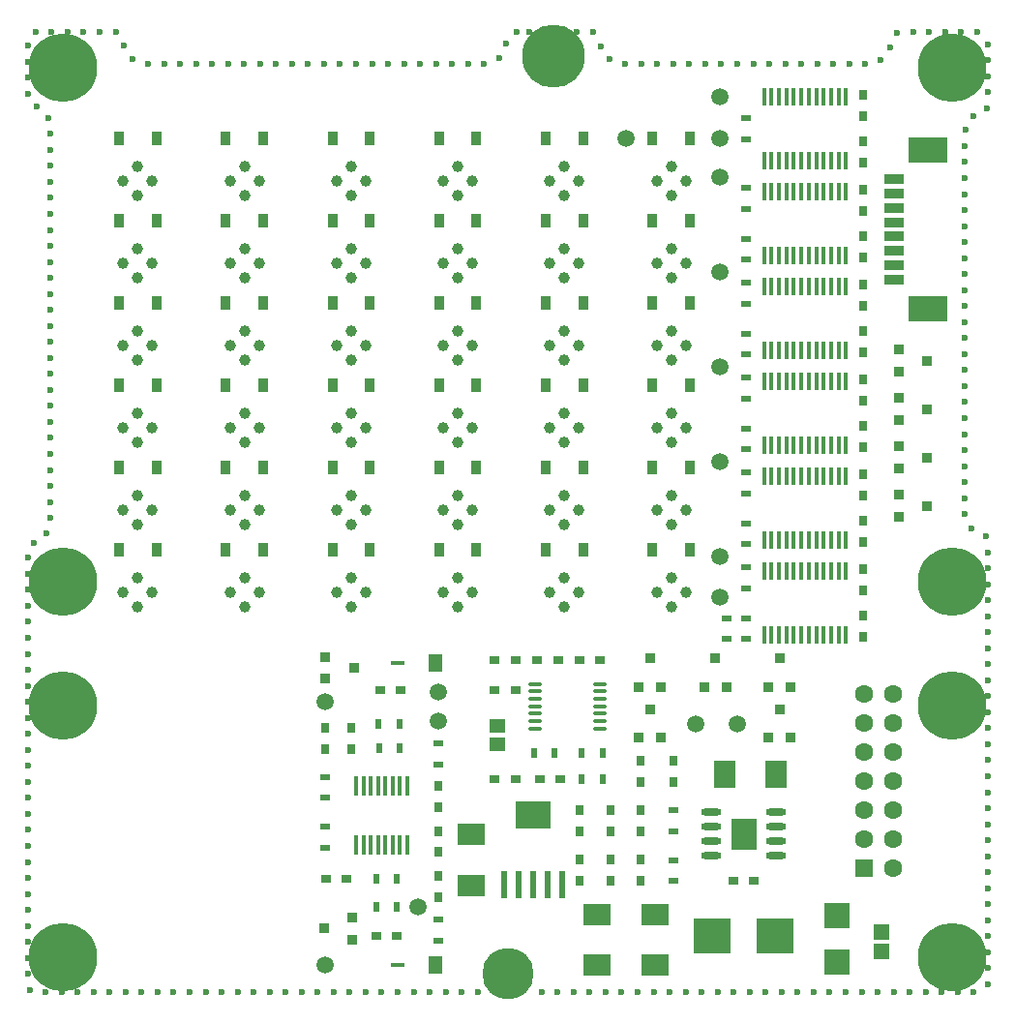
<source format=gbr>
G04*
G04 #@! TF.GenerationSoftware,Altium Limited,Altium Designer,24.1.2 (44)*
G04*
G04 Layer_Color=255*
%FSLAX44Y44*%
%MOMM*%
G71*
G04*
G04 #@! TF.SameCoordinates,7063218E-08D0-4567-B5BB-7BB6D4F1FEFB*
G04*
G04*
G04 #@! TF.FilePolarity,Positive*
G04*
G01*
G75*
%ADD34C,0.6000*%
%ADD35C,4.5000*%
%ADD36C,0.9000*%
%ADD37C,5.5000*%
%ADD38C,1.2000*%
%ADD39C,6.0000*%
%ADD40C,1.0000*%
%ADD41C,1.6000*%
%ADD42R,1.6000X1.6000*%
%ADD58R,0.4000X1.5000*%
%ADD59R,0.9000X0.9500*%
%ADD60R,0.9000X0.6000*%
%ADD61R,0.8000X0.9000*%
%ADD62R,3.1725X2.3455*%
%ADD63R,0.6325X2.3455*%
%ADD64R,0.9500X0.9000*%
%ADD65R,0.9000X0.8000*%
%ADD66C,1.5000*%
%ADD67R,0.6000X0.9000*%
%ADD68R,0.4000X1.8000*%
%ADD69R,1.2700X0.4000*%
%ADD70R,1.2700X1.5500*%
%ADD71R,2.3000X2.8000*%
%ADD72O,1.8000X0.6000*%
%ADD73R,1.4000X1.4000*%
%ADD74R,2.3000X2.2860*%
%ADD75R,3.5000X2.2098*%
%ADD76O,1.2500X0.3500*%
%ADD77R,3.3000X3.1500*%
%ADD78R,1.4000X1.3000*%
%ADD79R,2.3622X1.8796*%
%ADD80R,1.8796X2.3622*%
%ADD81R,0.9100X1.2200*%
%ADD82R,1.7018X0.8128*%
D34*
X443698Y845000D02*
D03*
X457698D02*
D03*
X471698D02*
D03*
X485698D02*
D03*
X499694Y844649D02*
D03*
X506867Y832626D02*
D03*
X514549Y820922D02*
D03*
X527989Y817000D02*
D03*
X541989D02*
D03*
X555989D02*
D03*
X569989D02*
D03*
X583989D02*
D03*
X597989D02*
D03*
X611989D02*
D03*
X625989D02*
D03*
X639989D02*
D03*
X653989D02*
D03*
X667989D02*
D03*
X681989D02*
D03*
X695989D02*
D03*
X709989D02*
D03*
X723989D02*
D03*
X737989D02*
D03*
X751625Y820170D02*
D03*
X760086Y831324D02*
D03*
X765980Y844023D02*
D03*
X779946Y845000D02*
D03*
X793945D02*
D03*
X807945D02*
D03*
X821945D02*
D03*
X835945D02*
D03*
X845000Y834322D02*
D03*
Y820322D02*
D03*
Y806322D02*
D03*
Y792322D02*
D03*
X844688Y778326D02*
D03*
X832680Y771128D02*
D03*
X825438Y759147D02*
D03*
X825000Y745153D02*
D03*
Y731153D02*
D03*
Y717153D02*
D03*
Y703154D02*
D03*
Y689154D02*
D03*
Y675154D02*
D03*
Y661153D02*
D03*
Y647153D02*
D03*
Y633153D02*
D03*
Y619154D02*
D03*
Y605154D02*
D03*
Y591153D02*
D03*
Y577154D02*
D03*
Y563153D02*
D03*
Y549154D02*
D03*
Y535154D02*
D03*
Y521153D02*
D03*
Y507154D02*
D03*
Y493153D02*
D03*
Y479154D02*
D03*
Y465154D02*
D03*
Y451153D02*
D03*
Y437154D02*
D03*
X825135Y423154D02*
D03*
X830854Y410376D02*
D03*
X843212Y403795D02*
D03*
X845000Y389910D02*
D03*
Y375910D02*
D03*
Y361910D02*
D03*
Y347910D02*
D03*
Y333910D02*
D03*
Y319910D02*
D03*
Y305910D02*
D03*
Y291910D02*
D03*
Y277910D02*
D03*
X845000Y263910D02*
D03*
Y249910D02*
D03*
Y235910D02*
D03*
Y221910D02*
D03*
Y207910D02*
D03*
Y193910D02*
D03*
Y179910D02*
D03*
Y165910D02*
D03*
Y151910D02*
D03*
X845000Y137910D02*
D03*
Y123910D02*
D03*
Y109910D02*
D03*
Y95910D02*
D03*
Y81910D02*
D03*
Y67910D02*
D03*
Y53910D02*
D03*
Y39910D02*
D03*
Y25910D02*
D03*
X844996Y11910D02*
D03*
X832820Y5000D02*
D03*
X818820D02*
D03*
X804820D02*
D03*
X790820D02*
D03*
X776820D02*
D03*
X762820D02*
D03*
X748820D02*
D03*
X734820D02*
D03*
X720820D02*
D03*
X706820D02*
D03*
X692820D02*
D03*
X678820D02*
D03*
X664820D02*
D03*
X650820D02*
D03*
X636820D02*
D03*
X622820D02*
D03*
X608820D02*
D03*
X594820D02*
D03*
X580820D02*
D03*
X566820D02*
D03*
X552820Y5000D02*
D03*
X538820D02*
D03*
X524820D02*
D03*
X510820D02*
D03*
X496820D02*
D03*
X482820D02*
D03*
X468820D02*
D03*
X454820D02*
D03*
X398820D02*
D03*
X384820D02*
D03*
X370820D02*
D03*
X356820D02*
D03*
X342820D02*
D03*
X328820D02*
D03*
X314820D02*
D03*
X300820D02*
D03*
X286820D02*
D03*
X272820Y5000D02*
D03*
X258820D02*
D03*
X244820D02*
D03*
X230820D02*
D03*
X216820D02*
D03*
X202820D02*
D03*
X188820D02*
D03*
X174820D02*
D03*
X160820D02*
D03*
X146820D02*
D03*
X132820D02*
D03*
X118820D02*
D03*
X104820D02*
D03*
X90820D02*
D03*
X76820D02*
D03*
X62820D02*
D03*
X48820D02*
D03*
X34820D02*
D03*
X20820D02*
D03*
X6982Y7125D02*
D03*
X5000Y20984D02*
D03*
Y34984D02*
D03*
Y48984D02*
D03*
Y62984D02*
D03*
Y76984D02*
D03*
Y90984D02*
D03*
Y104984D02*
D03*
Y118984D02*
D03*
Y132984D02*
D03*
Y146984D02*
D03*
Y160984D02*
D03*
Y174984D02*
D03*
Y188984D02*
D03*
Y202984D02*
D03*
Y216984D02*
D03*
Y230984D02*
D03*
Y244984D02*
D03*
Y258984D02*
D03*
Y272984D02*
D03*
Y286984D02*
D03*
Y300984D02*
D03*
Y314984D02*
D03*
Y328984D02*
D03*
Y342984D02*
D03*
Y356984D02*
D03*
Y370984D02*
D03*
Y384984D02*
D03*
X10583Y397822D02*
D03*
X21777Y406231D02*
D03*
X25000Y419855D02*
D03*
Y433855D02*
D03*
Y447855D02*
D03*
Y461855D02*
D03*
Y475855D02*
D03*
Y489855D02*
D03*
Y503855D02*
D03*
Y517855D02*
D03*
Y531855D02*
D03*
Y545855D02*
D03*
Y559855D02*
D03*
Y573855D02*
D03*
Y587855D02*
D03*
Y601855D02*
D03*
Y615855D02*
D03*
Y629855D02*
D03*
Y643855D02*
D03*
Y657855D02*
D03*
Y671855D02*
D03*
Y685855D02*
D03*
Y699855D02*
D03*
Y713855D02*
D03*
Y727855D02*
D03*
Y741855D02*
D03*
Y755855D02*
D03*
X23223Y769742D02*
D03*
X13392Y779709D02*
D03*
X5000Y790915D02*
D03*
Y804915D02*
D03*
Y818915D02*
D03*
Y832915D02*
D03*
X12067Y845000D02*
D03*
X26067D02*
D03*
X40067Y845000D02*
D03*
X54067D02*
D03*
X68067Y845000D02*
D03*
X82065Y844748D02*
D03*
X89513Y832894D02*
D03*
X97029Y821082D02*
D03*
X110421Y817000D02*
D03*
X124420D02*
D03*
X138420D02*
D03*
X152421D02*
D03*
X166420D02*
D03*
X180420D02*
D03*
X194421D02*
D03*
X208421D02*
D03*
X222421D02*
D03*
X236420D02*
D03*
X250420D02*
D03*
X264421D02*
D03*
X278421D02*
D03*
X292421D02*
D03*
X306420D02*
D03*
X320420D02*
D03*
X334421D02*
D03*
X348420D02*
D03*
X362421D02*
D03*
X376421D02*
D03*
X390420D02*
D03*
X404421Y817014D02*
D03*
X417475Y822071D02*
D03*
X424061Y834425D02*
D03*
X433227Y845007D02*
D03*
D35*
X425000Y21000D02*
D03*
D36*
X481465Y807835D02*
D03*
X449136D02*
D03*
Y840164D02*
D03*
X481465D02*
D03*
X488160Y824000D02*
D03*
X465300Y801140D02*
D03*
X442440Y824000D02*
D03*
X465300Y846860D02*
D03*
D37*
Y824000D02*
D03*
D38*
X52165Y19835D02*
D03*
X19835D02*
D03*
Y52165D02*
D03*
X52165D02*
D03*
X58860Y36000D02*
D03*
X36000Y13140D02*
D03*
X13140Y36000D02*
D03*
X36000Y58860D02*
D03*
X830164Y239835D02*
D03*
X797835D02*
D03*
Y272164D02*
D03*
X830164D02*
D03*
X836860Y256000D02*
D03*
X814000Y233140D02*
D03*
X791140Y256000D02*
D03*
X814000Y278860D02*
D03*
X36000Y836860D02*
D03*
X13140Y814000D02*
D03*
X36000Y791140D02*
D03*
X58860Y814000D02*
D03*
X52165Y830164D02*
D03*
X19835D02*
D03*
Y797835D02*
D03*
X52165D02*
D03*
X36000Y278860D02*
D03*
X13140Y256000D02*
D03*
X36000Y233140D02*
D03*
X58860Y256000D02*
D03*
X52165Y272164D02*
D03*
X19835D02*
D03*
Y239835D02*
D03*
X52165D02*
D03*
Y347836D02*
D03*
X19835D02*
D03*
Y380164D02*
D03*
X52165D02*
D03*
X58860Y364000D02*
D03*
X36000Y341140D02*
D03*
X13140Y364000D02*
D03*
X36000Y386860D02*
D03*
X830164Y797835D02*
D03*
X797835D02*
D03*
Y830164D02*
D03*
X830164D02*
D03*
X836860Y814000D02*
D03*
X814000Y791140D02*
D03*
X791140Y814000D02*
D03*
X814000Y836860D02*
D03*
Y386860D02*
D03*
X791140Y364000D02*
D03*
X814000Y341140D02*
D03*
X836860Y364000D02*
D03*
X830164Y380164D02*
D03*
X797835D02*
D03*
Y347836D02*
D03*
X830164D02*
D03*
Y19835D02*
D03*
X797835D02*
D03*
Y52165D02*
D03*
X830164D02*
D03*
X836860Y36000D02*
D03*
X814000Y13140D02*
D03*
X791140Y36000D02*
D03*
X814000Y58860D02*
D03*
D39*
X36000Y36000D02*
D03*
X814000Y256000D02*
D03*
X36000Y814000D02*
D03*
Y256000D02*
D03*
Y364000D02*
D03*
X814000Y814000D02*
D03*
Y364000D02*
D03*
Y36000D02*
D03*
D40*
X555400Y427000D02*
D03*
X568100Y439700D02*
D03*
Y414300D02*
D03*
X580800Y427000D02*
D03*
X555400Y355000D02*
D03*
X568100Y367700D02*
D03*
Y342300D02*
D03*
X580800Y355000D02*
D03*
X462060D02*
D03*
X474760Y367700D02*
D03*
Y342300D02*
D03*
X487460Y355000D02*
D03*
X368720Y427000D02*
D03*
X381420Y439700D02*
D03*
Y414300D02*
D03*
X394120Y427000D02*
D03*
X462060D02*
D03*
X474760Y439700D02*
D03*
Y414300D02*
D03*
X487460Y427000D02*
D03*
X368720Y355000D02*
D03*
X381420Y367700D02*
D03*
Y342300D02*
D03*
X394120Y355000D02*
D03*
X275380D02*
D03*
X288080Y367700D02*
D03*
Y342300D02*
D03*
X300780Y355000D02*
D03*
X275380Y427000D02*
D03*
X288080Y439700D02*
D03*
Y414300D02*
D03*
X300780Y427000D02*
D03*
X275380Y499000D02*
D03*
X288080Y511700D02*
D03*
Y486300D02*
D03*
X300780Y499000D02*
D03*
X368720D02*
D03*
X381420Y511700D02*
D03*
Y486300D02*
D03*
X394120Y499000D02*
D03*
X462060D02*
D03*
X474760Y511700D02*
D03*
Y486300D02*
D03*
X487460Y499000D02*
D03*
X555400D02*
D03*
X568100Y511700D02*
D03*
Y486300D02*
D03*
X580800Y499000D02*
D03*
X555400Y571000D02*
D03*
X568100Y583700D02*
D03*
Y558300D02*
D03*
X580800Y571000D02*
D03*
X462060D02*
D03*
X474760Y583700D02*
D03*
Y558300D02*
D03*
X487460Y571000D02*
D03*
X368720D02*
D03*
X381420Y583700D02*
D03*
Y558300D02*
D03*
X394120Y571000D02*
D03*
X275380D02*
D03*
X288080Y583700D02*
D03*
Y558300D02*
D03*
X300780Y571000D02*
D03*
X182040D02*
D03*
X194740Y583700D02*
D03*
Y558300D02*
D03*
X207440Y571000D02*
D03*
X182040Y499000D02*
D03*
X194740Y511700D02*
D03*
Y486300D02*
D03*
X207440Y499000D02*
D03*
X182040Y427000D02*
D03*
X194740Y439700D02*
D03*
Y414300D02*
D03*
X207440Y427000D02*
D03*
X182040Y355000D02*
D03*
X194740Y367700D02*
D03*
Y342300D02*
D03*
X207440Y355000D02*
D03*
X88700D02*
D03*
X101400Y367700D02*
D03*
Y342300D02*
D03*
X114100Y355000D02*
D03*
X88700Y427000D02*
D03*
X101400Y439700D02*
D03*
Y414300D02*
D03*
X114100Y427000D02*
D03*
X88700Y499000D02*
D03*
X101400Y511700D02*
D03*
Y486300D02*
D03*
X114100Y499000D02*
D03*
X88700Y571000D02*
D03*
X101400Y583700D02*
D03*
Y558300D02*
D03*
X114100Y571000D02*
D03*
X182040Y643000D02*
D03*
X194740Y655700D02*
D03*
Y630300D02*
D03*
X207440Y643000D02*
D03*
X275380D02*
D03*
X288080Y655700D02*
D03*
Y630300D02*
D03*
X300780Y643000D02*
D03*
X368720D02*
D03*
X381420Y655700D02*
D03*
Y630300D02*
D03*
X394120Y643000D02*
D03*
X462060D02*
D03*
X474760Y655700D02*
D03*
Y630300D02*
D03*
X487460Y643000D02*
D03*
X580800D02*
D03*
X568100Y630300D02*
D03*
Y655700D02*
D03*
X555400Y643000D02*
D03*
Y715000D02*
D03*
X568100Y727700D02*
D03*
Y702300D02*
D03*
X580800Y715000D02*
D03*
X462060D02*
D03*
X474760Y727700D02*
D03*
Y702300D02*
D03*
X487460Y715000D02*
D03*
X368720D02*
D03*
X381420Y727700D02*
D03*
Y702300D02*
D03*
X394120Y715000D02*
D03*
X275380D02*
D03*
X288080Y727700D02*
D03*
Y702300D02*
D03*
X300780Y715000D02*
D03*
X182040D02*
D03*
X194740Y727700D02*
D03*
Y702300D02*
D03*
X207440Y715000D02*
D03*
X88700D02*
D03*
X101400Y727700D02*
D03*
Y702300D02*
D03*
X114100Y715000D02*
D03*
X88700Y643000D02*
D03*
X101400Y655700D02*
D03*
Y630300D02*
D03*
X114100Y643000D02*
D03*
D41*
X762700Y113800D02*
D03*
Y139200D02*
D03*
Y164600D02*
D03*
Y190000D02*
D03*
Y215400D02*
D03*
Y240800D02*
D03*
Y266200D02*
D03*
X737300Y139200D02*
D03*
Y164600D02*
D03*
Y190000D02*
D03*
Y215400D02*
D03*
Y240800D02*
D03*
Y266200D02*
D03*
D42*
Y113800D02*
D03*
D58*
X649515Y705564D02*
D03*
X656015D02*
D03*
X662515D02*
D03*
X669015D02*
D03*
X675515D02*
D03*
X682015D02*
D03*
X688515D02*
D03*
X695015D02*
D03*
X701515D02*
D03*
X708015D02*
D03*
X714515D02*
D03*
X721015D02*
D03*
Y649175D02*
D03*
X714515D02*
D03*
X708015D02*
D03*
X701515D02*
D03*
X695015D02*
D03*
X688515D02*
D03*
X682015D02*
D03*
X675515D02*
D03*
X669015D02*
D03*
X662515D02*
D03*
X656015D02*
D03*
X649515D02*
D03*
Y622581D02*
D03*
X656015D02*
D03*
X662515D02*
D03*
X669015D02*
D03*
X675515D02*
D03*
X682015D02*
D03*
X688515D02*
D03*
X695015D02*
D03*
X701515D02*
D03*
X708015D02*
D03*
X714515D02*
D03*
X721015D02*
D03*
Y566193D02*
D03*
X714515D02*
D03*
X708015D02*
D03*
X701515D02*
D03*
X695015D02*
D03*
X688515D02*
D03*
X682015D02*
D03*
X675515D02*
D03*
X669015D02*
D03*
X662515D02*
D03*
X656015D02*
D03*
X649515D02*
D03*
Y539599D02*
D03*
X656015D02*
D03*
X662515D02*
D03*
X669015D02*
D03*
X675515D02*
D03*
X682015D02*
D03*
X688515D02*
D03*
X695015D02*
D03*
X701515D02*
D03*
X708015D02*
D03*
X714515D02*
D03*
X721015D02*
D03*
Y483211D02*
D03*
X714515D02*
D03*
X708015D02*
D03*
X701515D02*
D03*
X695015D02*
D03*
X688515D02*
D03*
X682015D02*
D03*
X675515D02*
D03*
X669015D02*
D03*
X662515D02*
D03*
X656015D02*
D03*
X649515D02*
D03*
Y456616D02*
D03*
X656015D02*
D03*
X662515D02*
D03*
X669015D02*
D03*
X675515D02*
D03*
X682015D02*
D03*
X688515D02*
D03*
X695015D02*
D03*
X701515D02*
D03*
X708015D02*
D03*
X714515D02*
D03*
X721015D02*
D03*
Y400228D02*
D03*
X714515D02*
D03*
X708015D02*
D03*
X701515D02*
D03*
X695015D02*
D03*
X688515D02*
D03*
X682015D02*
D03*
X675515D02*
D03*
X669015D02*
D03*
X662515D02*
D03*
X656015D02*
D03*
X649515D02*
D03*
Y373634D02*
D03*
X656015D02*
D03*
X662515D02*
D03*
X669015D02*
D03*
X675515D02*
D03*
X682015D02*
D03*
X688515D02*
D03*
X695015D02*
D03*
X701515D02*
D03*
X708015D02*
D03*
X714515D02*
D03*
X721015D02*
D03*
Y317246D02*
D03*
X714515D02*
D03*
X708015D02*
D03*
X701515D02*
D03*
X695015D02*
D03*
X688515D02*
D03*
X682015D02*
D03*
X675515D02*
D03*
X669015D02*
D03*
X662515D02*
D03*
X656015D02*
D03*
X649515D02*
D03*
Y788546D02*
D03*
X656015D02*
D03*
X662515D02*
D03*
X669015D02*
D03*
X675515D02*
D03*
X682015D02*
D03*
X688515D02*
D03*
X695015D02*
D03*
X701515D02*
D03*
X708015D02*
D03*
X714515D02*
D03*
X721015D02*
D03*
Y732158D02*
D03*
X714515D02*
D03*
X708015D02*
D03*
X701515D02*
D03*
X695015D02*
D03*
X688515D02*
D03*
X682015D02*
D03*
X675515D02*
D03*
X669015D02*
D03*
X662515D02*
D03*
X656015D02*
D03*
X649515D02*
D03*
D59*
X672440Y271980D02*
D03*
X662940Y296980D02*
D03*
X653440Y271980D02*
D03*
X616320D02*
D03*
X606820Y296980D02*
D03*
X597320Y271980D02*
D03*
X558931Y227530D02*
D03*
X549431Y252530D02*
D03*
X539931Y227530D02*
D03*
X672440D02*
D03*
X662940Y252530D02*
D03*
X653440Y227530D02*
D03*
X539931Y271980D02*
D03*
X549431Y296980D02*
D03*
X558931Y271980D02*
D03*
D60*
X616319Y313931D02*
D03*
X616320Y332090D02*
D03*
X633730Y415072D02*
D03*
X633729Y396914D02*
D03*
Y479896D02*
D03*
X633730Y498055D02*
D03*
Y581037D02*
D03*
X633729Y562878D02*
D03*
X633730Y664020D02*
D03*
X633729Y645861D02*
D03*
X633730Y332090D02*
D03*
X633729Y313931D02*
D03*
X265430Y149541D02*
D03*
X265429Y131383D02*
D03*
X265430Y174940D02*
D03*
X265431Y193099D02*
D03*
X364498Y68261D02*
D03*
X364497Y50103D02*
D03*
X364490Y204150D02*
D03*
X364491Y222309D02*
D03*
X570229Y102491D02*
D03*
X570230Y120650D02*
D03*
X570231Y164209D02*
D03*
X570230Y146050D02*
D03*
X633729Y358411D02*
D03*
X633730Y376570D02*
D03*
X633729Y441394D02*
D03*
X633730Y459552D02*
D03*
X633729Y524376D02*
D03*
X633730Y542535D02*
D03*
X633729Y607358D02*
D03*
X633730Y625517D02*
D03*
X633729Y690341D02*
D03*
X633730Y708500D02*
D03*
X633729Y751083D02*
D03*
X633730Y769242D02*
D03*
D61*
X736470Y417095D02*
D03*
Y399095D02*
D03*
Y439749D02*
D03*
Y457749D02*
D03*
Y500078D02*
D03*
Y482078D02*
D03*
Y540732D02*
D03*
Y522732D02*
D03*
Y583060D02*
D03*
Y565060D02*
D03*
Y623714D02*
D03*
Y605714D02*
D03*
Y666043D02*
D03*
Y648043D02*
D03*
Y706696D02*
D03*
Y688697D02*
D03*
Y334113D02*
D03*
Y316113D02*
D03*
Y374767D02*
D03*
Y356767D02*
D03*
X265430Y236010D02*
D03*
Y218011D02*
D03*
X288290D02*
D03*
Y236010D02*
D03*
X364490Y88470D02*
D03*
Y106470D02*
D03*
Y145841D02*
D03*
Y127840D02*
D03*
Y185210D02*
D03*
Y167211D02*
D03*
X488188Y163940D02*
D03*
Y145940D02*
D03*
X514858D02*
D03*
Y163940D02*
D03*
X488188Y120760D02*
D03*
Y102760D02*
D03*
X541528D02*
D03*
Y120760D02*
D03*
X514858Y102760D02*
D03*
Y120760D02*
D03*
X541528Y189247D02*
D03*
Y207247D02*
D03*
X570230D02*
D03*
Y189247D02*
D03*
X541528Y145940D02*
D03*
Y163940D02*
D03*
X736470Y731025D02*
D03*
Y749025D02*
D03*
Y771679D02*
D03*
Y789679D02*
D03*
D62*
X447040Y159643D02*
D03*
D63*
X421640Y99437D02*
D03*
X434340D02*
D03*
X447040D02*
D03*
X459740D02*
D03*
X472440D02*
D03*
D64*
X289346Y51140D02*
D03*
X264346Y60641D02*
D03*
X289346Y70141D02*
D03*
X265430Y279436D02*
D03*
X290430Y288936D02*
D03*
X265430Y298436D02*
D03*
X767280Y548030D02*
D03*
X792280Y557530D02*
D03*
X767280Y567030D02*
D03*
Y505697D02*
D03*
X792280Y515197D02*
D03*
X767280Y524697D02*
D03*
Y463363D02*
D03*
X792280Y472863D02*
D03*
X767280Y482363D02*
D03*
Y421030D02*
D03*
X792280Y430530D02*
D03*
X767280Y440030D02*
D03*
D65*
X283963Y103820D02*
D03*
X265963D02*
D03*
X328398Y54290D02*
D03*
X310398D02*
D03*
X313580Y268920D02*
D03*
X331580D02*
D03*
X413910Y295888D02*
D03*
X431910D02*
D03*
Y269240D02*
D03*
X413910D02*
D03*
X413800Y191770D02*
D03*
X431800D02*
D03*
X453280D02*
D03*
X471280D02*
D03*
X622630Y102870D02*
D03*
X640630D02*
D03*
X451054Y295888D02*
D03*
X469054D02*
D03*
X488198D02*
D03*
X506198D02*
D03*
D66*
X265430Y258761D02*
D03*
X346710Y79690D02*
D03*
X364490Y242250D02*
D03*
Y267651D02*
D03*
X610870Y350520D02*
D03*
Y751840D02*
D03*
X528320D02*
D03*
X265430Y28725D02*
D03*
X610870Y717911D02*
D03*
Y469038D02*
D03*
X589280Y240030D02*
D03*
X626110D02*
D03*
X610870Y551995D02*
D03*
Y788546D02*
D03*
Y634953D02*
D03*
Y386080D02*
D03*
D67*
X328288Y79690D02*
D03*
X310129Y79692D02*
D03*
X328288Y103820D02*
D03*
X310129Y103822D02*
D03*
X312421Y218120D02*
D03*
X330580Y218119D02*
D03*
X330201Y239711D02*
D03*
X312042Y239712D02*
D03*
X447931Y214631D02*
D03*
X466090Y214630D02*
D03*
X489841Y214631D02*
D03*
X508000Y214630D02*
D03*
X489842Y191771D02*
D03*
X508001Y191770D02*
D03*
D68*
X337185Y134173D02*
D03*
X330835D02*
D03*
X324485D02*
D03*
X318135D02*
D03*
X311785D02*
D03*
X305435D02*
D03*
X299085D02*
D03*
X292735D02*
D03*
Y185228D02*
D03*
X299085D02*
D03*
X305435D02*
D03*
X311785D02*
D03*
X318135D02*
D03*
X324485D02*
D03*
X330835D02*
D03*
X337185D02*
D03*
D69*
X329049Y293155D02*
D03*
X329057Y28598D02*
D03*
D70*
X362069Y293155D02*
D03*
X362077Y28598D02*
D03*
D71*
X631630Y143510D02*
D03*
D72*
X659880Y162560D02*
D03*
Y149860D02*
D03*
Y137160D02*
D03*
Y124460D02*
D03*
X603380Y162560D02*
D03*
Y149860D02*
D03*
Y137160D02*
D03*
Y124460D02*
D03*
D73*
X751840Y40640D02*
D03*
Y57940D02*
D03*
D74*
X713170Y71700D02*
D03*
Y31060D02*
D03*
D75*
X792435Y741480D02*
D03*
Y602980D02*
D03*
D76*
X505770Y274770D02*
D03*
Y268270D02*
D03*
Y261770D02*
D03*
Y255270D02*
D03*
Y248770D02*
D03*
Y242270D02*
D03*
Y235770D02*
D03*
X449270Y274770D02*
D03*
Y268270D02*
D03*
Y261770D02*
D03*
Y255270D02*
D03*
Y248770D02*
D03*
Y242270D02*
D03*
Y235770D02*
D03*
D77*
X659130Y54610D02*
D03*
X604130D02*
D03*
D78*
X416167Y221870D02*
D03*
Y237870D02*
D03*
D79*
X392938Y98298D02*
D03*
Y143002D02*
D03*
X502920Y73152D02*
D03*
Y28448D02*
D03*
X553720Y73240D02*
D03*
Y28536D02*
D03*
D80*
X615370Y195580D02*
D03*
X660074D02*
D03*
D81*
X458410Y391840D02*
D03*
X491110D02*
D03*
X551750D02*
D03*
X584450D02*
D03*
X551750Y463840D02*
D03*
X584450D02*
D03*
X458410D02*
D03*
X491110D02*
D03*
X458410Y535840D02*
D03*
X491110D02*
D03*
X551750D02*
D03*
X584450D02*
D03*
X551750Y607840D02*
D03*
X584450D02*
D03*
X458410D02*
D03*
X491110D02*
D03*
X365070D02*
D03*
X397770D02*
D03*
X365070Y535840D02*
D03*
X397770D02*
D03*
X365070Y463840D02*
D03*
X397770D02*
D03*
X365070Y391840D02*
D03*
X397770D02*
D03*
X271730D02*
D03*
X304430D02*
D03*
X271730Y463840D02*
D03*
X304430D02*
D03*
X271730Y535840D02*
D03*
X304430D02*
D03*
X178390Y607840D02*
D03*
X211090D02*
D03*
X271730D02*
D03*
X304430D02*
D03*
X178390Y535840D02*
D03*
X211090D02*
D03*
X178390Y463840D02*
D03*
X211090D02*
D03*
X178390Y391840D02*
D03*
X211090D02*
D03*
X85050D02*
D03*
X117750D02*
D03*
X85050Y463840D02*
D03*
X117750D02*
D03*
X85050Y535840D02*
D03*
X117750D02*
D03*
X85050Y607840D02*
D03*
X117750D02*
D03*
X85050Y679840D02*
D03*
X117750D02*
D03*
X178390D02*
D03*
X211090D02*
D03*
X271730D02*
D03*
X304430D02*
D03*
X365070D02*
D03*
X397770D02*
D03*
X458410D02*
D03*
X491110D02*
D03*
X551750D02*
D03*
X584450D02*
D03*
X551750Y751840D02*
D03*
X584450D02*
D03*
X458410D02*
D03*
X491110D02*
D03*
X365070D02*
D03*
X397770D02*
D03*
X271730D02*
D03*
X304430D02*
D03*
X178390D02*
D03*
X211090D02*
D03*
X85050D02*
D03*
X117750D02*
D03*
D82*
X763435Y715980D02*
D03*
Y703480D02*
D03*
Y690980D02*
D03*
Y678480D02*
D03*
Y665980D02*
D03*
Y653480D02*
D03*
Y640980D02*
D03*
Y628480D02*
D03*
M02*

</source>
